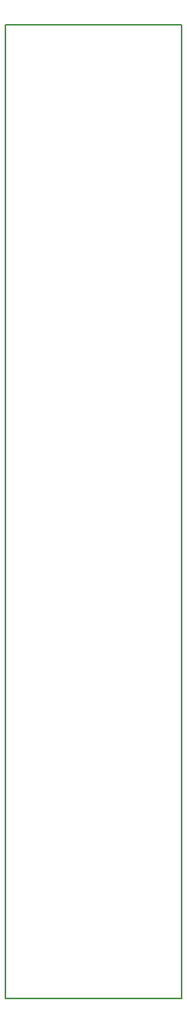
<source format=gbr>
G04 #@! TF.GenerationSoftware,KiCad,Pcbnew,(5.1.5)-3*
G04 #@! TF.CreationDate,2020-07-12T13:51:55+08:00*
G04 #@! TF.ProjectId,Kick-808,4b69636b-2d38-4303-982e-6b696361645f,rev?*
G04 #@! TF.SameCoordinates,Original*
G04 #@! TF.FileFunction,Profile,NP*
%FSLAX46Y46*%
G04 Gerber Fmt 4.6, Leading zero omitted, Abs format (unit mm)*
G04 Created by KiCad (PCBNEW (5.1.5)-3) date 2020-07-12 13:51:55*
%MOMM*%
%LPD*%
G04 APERTURE LIST*
%ADD10C,0.200000*%
G04 APERTURE END LIST*
D10*
X136660000Y-154850000D02*
X117340000Y-154850000D01*
X117340000Y-154850000D02*
X117340000Y-48349999D01*
X136660000Y-48349999D02*
X136660000Y-154850000D01*
X117340000Y-48349999D02*
X136660000Y-48349999D01*
M02*

</source>
